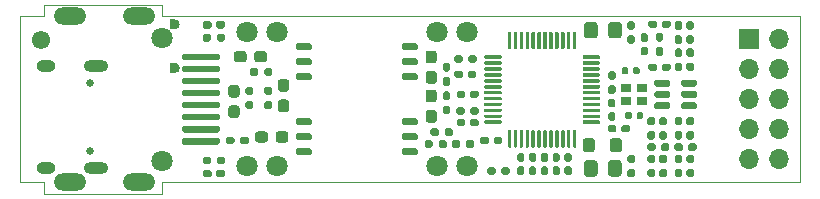
<source format=gts>
G04 #@! TF.GenerationSoftware,KiCad,Pcbnew,6.0.10+dfsg-1~bpo11+1*
G04 #@! TF.ProjectId,project,70726f6a-6563-4742-9e6b-696361645f70,rev?*
G04 #@! TF.SameCoordinates,Original*
G04 #@! TF.FileFunction,Soldermask,Top*
G04 #@! TF.FilePolarity,Negative*
%FSLAX46Y46*%
G04 Gerber Fmt 4.6, Leading zero omitted, Abs format (unit mm)*
%MOMM*%
%LPD*%
G01*
G04 APERTURE LIST*
G04 #@! TA.AperFunction,Profile*
%ADD10C,0.100000*%
G04 #@! TD*
%ADD11C,1.800000*%
%ADD12R,1.700000X1.700000*%
%ADD13O,1.700000X1.700000*%
%ADD14O,2.750000X1.450000*%
%ADD15R,0.900000X0.800000*%
%ADD16C,1.552000*%
%ADD17C,0.650000*%
%ADD18O,2.100000X1.000000*%
%ADD19O,1.600000X1.000000*%
G04 APERTURE END LIST*
D10*
X120262500Y-76037500D02*
X120262500Y-75037500D01*
X184262500Y-76037500D02*
X184262500Y-90037500D01*
X184262500Y-90037500D02*
X130262500Y-90037500D01*
X130262500Y-75037500D02*
X130262500Y-76037500D01*
X130262500Y-76037500D02*
X184262500Y-76037500D01*
X120262500Y-75037500D02*
X130262500Y-75037500D01*
X118262500Y-90037500D02*
X120262500Y-90037500D01*
X120262500Y-76037500D02*
X118262500Y-76037500D01*
X120262500Y-91037500D02*
X130262500Y-91037500D01*
X118262500Y-90037500D02*
X118262500Y-76037500D01*
X130262500Y-91037500D02*
X130262500Y-90037500D01*
X120262500Y-90037500D02*
X120262500Y-91037500D01*
G36*
G01*
X161500000Y-87602500D02*
X161810000Y-87602500D01*
G75*
G02*
X161965000Y-87757500I0J-155000D01*
G01*
X161965000Y-88182500D01*
G75*
G02*
X161810000Y-88337500I-155000J0D01*
G01*
X161500000Y-88337500D01*
G75*
G02*
X161345000Y-88182500I0J155000D01*
G01*
X161345000Y-87757500D01*
G75*
G02*
X161500000Y-87602500I155000J0D01*
G01*
G37*
G36*
G01*
X161500000Y-88737500D02*
X161810000Y-88737500D01*
G75*
G02*
X161965000Y-88892500I0J-155000D01*
G01*
X161965000Y-89317500D01*
G75*
G02*
X161810000Y-89472500I-155000J0D01*
G01*
X161500000Y-89472500D01*
G75*
G02*
X161345000Y-89317500I0J155000D01*
G01*
X161345000Y-88892500D01*
G75*
G02*
X161500000Y-88737500I155000J0D01*
G01*
G37*
G36*
G01*
X153300000Y-85037500D02*
X152825000Y-85037500D01*
G75*
G02*
X152587500Y-84800000I0J237500D01*
G01*
X152587500Y-84200000D01*
G75*
G02*
X152825000Y-83962500I237500J0D01*
G01*
X153300000Y-83962500D01*
G75*
G02*
X153537500Y-84200000I0J-237500D01*
G01*
X153537500Y-84800000D01*
G75*
G02*
X153300000Y-85037500I-237500J0D01*
G01*
G37*
G36*
G01*
X153300000Y-83312500D02*
X152825000Y-83312500D01*
G75*
G02*
X152587500Y-83075000I0J237500D01*
G01*
X152587500Y-82475000D01*
G75*
G02*
X152825000Y-82237500I237500J0D01*
G01*
X153300000Y-82237500D01*
G75*
G02*
X153537500Y-82475000I0J-237500D01*
G01*
X153537500Y-83075000D01*
G75*
G02*
X153300000Y-83312500I-237500J0D01*
G01*
G37*
G36*
G01*
X159717500Y-88977500D02*
X159717500Y-89297500D01*
G75*
G02*
X159557500Y-89457500I-160000J0D01*
G01*
X159162500Y-89457500D01*
G75*
G02*
X159002500Y-89297500I0J160000D01*
G01*
X159002500Y-88977500D01*
G75*
G02*
X159162500Y-88817500I160000J0D01*
G01*
X159557500Y-88817500D01*
G75*
G02*
X159717500Y-88977500I0J-160000D01*
G01*
G37*
G36*
G01*
X158522500Y-88977500D02*
X158522500Y-89297500D01*
G75*
G02*
X158362500Y-89457500I-160000J0D01*
G01*
X157967500Y-89457500D01*
G75*
G02*
X157807500Y-89297500I0J160000D01*
G01*
X157807500Y-88977500D01*
G75*
G02*
X157967500Y-88817500I160000J0D01*
G01*
X158362500Y-88817500D01*
G75*
G02*
X158522500Y-88977500I0J-160000D01*
G01*
G37*
G36*
G01*
X168195000Y-80682500D02*
X168515000Y-80682500D01*
G75*
G02*
X168675000Y-80842500I0J-160000D01*
G01*
X168675000Y-81237500D01*
G75*
G02*
X168515000Y-81397500I-160000J0D01*
G01*
X168195000Y-81397500D01*
G75*
G02*
X168035000Y-81237500I0J160000D01*
G01*
X168035000Y-80842500D01*
G75*
G02*
X168195000Y-80682500I160000J0D01*
G01*
G37*
G36*
G01*
X168195000Y-81877500D02*
X168515000Y-81877500D01*
G75*
G02*
X168675000Y-82037500I0J-160000D01*
G01*
X168675000Y-82432500D01*
G75*
G02*
X168515000Y-82592500I-160000J0D01*
G01*
X168195000Y-82592500D01*
G75*
G02*
X168035000Y-82432500I0J160000D01*
G01*
X168035000Y-82037500D01*
G75*
G02*
X168195000Y-81877500I160000J0D01*
G01*
G37*
G36*
G01*
X154522500Y-84292500D02*
X154202500Y-84292500D01*
G75*
G02*
X154042500Y-84132500I0J160000D01*
G01*
X154042500Y-83737500D01*
G75*
G02*
X154202500Y-83577500I160000J0D01*
G01*
X154522500Y-83577500D01*
G75*
G02*
X154682500Y-83737500I0J-160000D01*
G01*
X154682500Y-84132500D01*
G75*
G02*
X154522500Y-84292500I-160000J0D01*
G01*
G37*
G36*
G01*
X154522500Y-83097500D02*
X154202500Y-83097500D01*
G75*
G02*
X154042500Y-82937500I0J160000D01*
G01*
X154042500Y-82542500D01*
G75*
G02*
X154202500Y-82382500I160000J0D01*
G01*
X154522500Y-82382500D01*
G75*
G02*
X154682500Y-82542500I0J-160000D01*
G01*
X154682500Y-82937500D01*
G75*
G02*
X154522500Y-83097500I-160000J0D01*
G01*
G37*
G36*
G01*
X172860000Y-86455000D02*
X172540000Y-86455000D01*
G75*
G02*
X172380000Y-86295000I0J160000D01*
G01*
X172380000Y-85900000D01*
G75*
G02*
X172540000Y-85740000I160000J0D01*
G01*
X172860000Y-85740000D01*
G75*
G02*
X173020000Y-85900000I0J-160000D01*
G01*
X173020000Y-86295000D01*
G75*
G02*
X172860000Y-86455000I-160000J0D01*
G01*
G37*
G36*
G01*
X172860000Y-85260000D02*
X172540000Y-85260000D01*
G75*
G02*
X172380000Y-85100000I0J160000D01*
G01*
X172380000Y-84705000D01*
G75*
G02*
X172540000Y-84545000I160000J0D01*
G01*
X172860000Y-84545000D01*
G75*
G02*
X173020000Y-84705000I0J-160000D01*
G01*
X173020000Y-85100000D01*
G75*
G02*
X172860000Y-85260000I-160000J0D01*
G01*
G37*
G36*
G01*
X135617500Y-76577500D02*
X135617500Y-76897500D01*
G75*
G02*
X135457500Y-77057500I-160000J0D01*
G01*
X135012500Y-77057500D01*
G75*
G02*
X134852500Y-76897500I0J160000D01*
G01*
X134852500Y-76577500D01*
G75*
G02*
X135012500Y-76417500I160000J0D01*
G01*
X135457500Y-76417500D01*
G75*
G02*
X135617500Y-76577500I0J-160000D01*
G01*
G37*
G36*
G01*
X134472500Y-76577500D02*
X134472500Y-76897500D01*
G75*
G02*
X134312500Y-77057500I-160000J0D01*
G01*
X133867500Y-77057500D01*
G75*
G02*
X133707500Y-76897500I0J160000D01*
G01*
X133707500Y-76577500D01*
G75*
G02*
X133867500Y-76417500I160000J0D01*
G01*
X134312500Y-76417500D01*
G75*
G02*
X134472500Y-76577500I0J-160000D01*
G01*
G37*
G36*
G01*
X154805000Y-86997500D02*
X154805000Y-86677500D01*
G75*
G02*
X154965000Y-86517500I160000J0D01*
G01*
X155360000Y-86517500D01*
G75*
G02*
X155520000Y-86677500I0J-160000D01*
G01*
X155520000Y-86997500D01*
G75*
G02*
X155360000Y-87157500I-160000J0D01*
G01*
X154965000Y-87157500D01*
G75*
G02*
X154805000Y-86997500I0J160000D01*
G01*
G37*
G36*
G01*
X156000000Y-86997500D02*
X156000000Y-86677500D01*
G75*
G02*
X156160000Y-86517500I160000J0D01*
G01*
X156555000Y-86517500D01*
G75*
G02*
X156715000Y-86677500I0J-160000D01*
G01*
X156715000Y-86997500D01*
G75*
G02*
X156555000Y-87157500I-160000J0D01*
G01*
X156160000Y-87157500D01*
G75*
G02*
X156000000Y-86997500I0J160000D01*
G01*
G37*
G36*
G01*
X173840000Y-84545000D02*
X174160000Y-84545000D01*
G75*
G02*
X174320000Y-84705000I0J-160000D01*
G01*
X174320000Y-85100000D01*
G75*
G02*
X174160000Y-85260000I-160000J0D01*
G01*
X173840000Y-85260000D01*
G75*
G02*
X173680000Y-85100000I0J160000D01*
G01*
X173680000Y-84705000D01*
G75*
G02*
X173840000Y-84545000I160000J0D01*
G01*
G37*
G36*
G01*
X173840000Y-85740000D02*
X174160000Y-85740000D01*
G75*
G02*
X174320000Y-85900000I0J-160000D01*
G01*
X174320000Y-86295000D01*
G75*
G02*
X174160000Y-86455000I-160000J0D01*
G01*
X173840000Y-86455000D01*
G75*
G02*
X173680000Y-86295000I0J160000D01*
G01*
X173680000Y-85900000D01*
G75*
G02*
X173840000Y-85740000I160000J0D01*
G01*
G37*
G36*
G01*
X154202500Y-79982500D02*
X154522500Y-79982500D01*
G75*
G02*
X154682500Y-80142500I0J-160000D01*
G01*
X154682500Y-80537500D01*
G75*
G02*
X154522500Y-80697500I-160000J0D01*
G01*
X154202500Y-80697500D01*
G75*
G02*
X154042500Y-80537500I0J160000D01*
G01*
X154042500Y-80142500D01*
G75*
G02*
X154202500Y-79982500I160000J0D01*
G01*
G37*
G36*
G01*
X154202500Y-81177500D02*
X154522500Y-81177500D01*
G75*
G02*
X154682500Y-81337500I0J-160000D01*
G01*
X154682500Y-81732500D01*
G75*
G02*
X154522500Y-81892500I-160000J0D01*
G01*
X154202500Y-81892500D01*
G75*
G02*
X154042500Y-81732500I0J160000D01*
G01*
X154042500Y-81337500D01*
G75*
G02*
X154202500Y-81177500I160000J0D01*
G01*
G37*
D11*
X137437500Y-88727500D03*
X139977500Y-88727500D03*
X153547500Y-88727500D03*
X156087500Y-88727500D03*
X156087500Y-77347500D03*
X153547500Y-77347500D03*
X139977500Y-77347500D03*
X137437500Y-77347500D03*
G36*
G01*
X157555000Y-79562500D02*
X157555000Y-79412500D01*
G75*
G02*
X157630000Y-79337500I75000J0D01*
G01*
X158955000Y-79337500D01*
G75*
G02*
X159030000Y-79412500I0J-75000D01*
G01*
X159030000Y-79562500D01*
G75*
G02*
X158955000Y-79637500I-75000J0D01*
G01*
X157630000Y-79637500D01*
G75*
G02*
X157555000Y-79562500I0J75000D01*
G01*
G37*
G36*
G01*
X157555000Y-80062500D02*
X157555000Y-79912500D01*
G75*
G02*
X157630000Y-79837500I75000J0D01*
G01*
X158955000Y-79837500D01*
G75*
G02*
X159030000Y-79912500I0J-75000D01*
G01*
X159030000Y-80062500D01*
G75*
G02*
X158955000Y-80137500I-75000J0D01*
G01*
X157630000Y-80137500D01*
G75*
G02*
X157555000Y-80062500I0J75000D01*
G01*
G37*
G36*
G01*
X157555000Y-80562500D02*
X157555000Y-80412500D01*
G75*
G02*
X157630000Y-80337500I75000J0D01*
G01*
X158955000Y-80337500D01*
G75*
G02*
X159030000Y-80412500I0J-75000D01*
G01*
X159030000Y-80562500D01*
G75*
G02*
X158955000Y-80637500I-75000J0D01*
G01*
X157630000Y-80637500D01*
G75*
G02*
X157555000Y-80562500I0J75000D01*
G01*
G37*
G36*
G01*
X157555000Y-81062500D02*
X157555000Y-80912500D01*
G75*
G02*
X157630000Y-80837500I75000J0D01*
G01*
X158955000Y-80837500D01*
G75*
G02*
X159030000Y-80912500I0J-75000D01*
G01*
X159030000Y-81062500D01*
G75*
G02*
X158955000Y-81137500I-75000J0D01*
G01*
X157630000Y-81137500D01*
G75*
G02*
X157555000Y-81062500I0J75000D01*
G01*
G37*
G36*
G01*
X157555000Y-81562500D02*
X157555000Y-81412500D01*
G75*
G02*
X157630000Y-81337500I75000J0D01*
G01*
X158955000Y-81337500D01*
G75*
G02*
X159030000Y-81412500I0J-75000D01*
G01*
X159030000Y-81562500D01*
G75*
G02*
X158955000Y-81637500I-75000J0D01*
G01*
X157630000Y-81637500D01*
G75*
G02*
X157555000Y-81562500I0J75000D01*
G01*
G37*
G36*
G01*
X157555000Y-82062500D02*
X157555000Y-81912500D01*
G75*
G02*
X157630000Y-81837500I75000J0D01*
G01*
X158955000Y-81837500D01*
G75*
G02*
X159030000Y-81912500I0J-75000D01*
G01*
X159030000Y-82062500D01*
G75*
G02*
X158955000Y-82137500I-75000J0D01*
G01*
X157630000Y-82137500D01*
G75*
G02*
X157555000Y-82062500I0J75000D01*
G01*
G37*
G36*
G01*
X157555000Y-82562500D02*
X157555000Y-82412500D01*
G75*
G02*
X157630000Y-82337500I75000J0D01*
G01*
X158955000Y-82337500D01*
G75*
G02*
X159030000Y-82412500I0J-75000D01*
G01*
X159030000Y-82562500D01*
G75*
G02*
X158955000Y-82637500I-75000J0D01*
G01*
X157630000Y-82637500D01*
G75*
G02*
X157555000Y-82562500I0J75000D01*
G01*
G37*
G36*
G01*
X157555000Y-83062500D02*
X157555000Y-82912500D01*
G75*
G02*
X157630000Y-82837500I75000J0D01*
G01*
X158955000Y-82837500D01*
G75*
G02*
X159030000Y-82912500I0J-75000D01*
G01*
X159030000Y-83062500D01*
G75*
G02*
X158955000Y-83137500I-75000J0D01*
G01*
X157630000Y-83137500D01*
G75*
G02*
X157555000Y-83062500I0J75000D01*
G01*
G37*
G36*
G01*
X157555000Y-83562500D02*
X157555000Y-83412500D01*
G75*
G02*
X157630000Y-83337500I75000J0D01*
G01*
X158955000Y-83337500D01*
G75*
G02*
X159030000Y-83412500I0J-75000D01*
G01*
X159030000Y-83562500D01*
G75*
G02*
X158955000Y-83637500I-75000J0D01*
G01*
X157630000Y-83637500D01*
G75*
G02*
X157555000Y-83562500I0J75000D01*
G01*
G37*
G36*
G01*
X157555000Y-84062500D02*
X157555000Y-83912500D01*
G75*
G02*
X157630000Y-83837500I75000J0D01*
G01*
X158955000Y-83837500D01*
G75*
G02*
X159030000Y-83912500I0J-75000D01*
G01*
X159030000Y-84062500D01*
G75*
G02*
X158955000Y-84137500I-75000J0D01*
G01*
X157630000Y-84137500D01*
G75*
G02*
X157555000Y-84062500I0J75000D01*
G01*
G37*
G36*
G01*
X157555000Y-84562500D02*
X157555000Y-84412500D01*
G75*
G02*
X157630000Y-84337500I75000J0D01*
G01*
X158955000Y-84337500D01*
G75*
G02*
X159030000Y-84412500I0J-75000D01*
G01*
X159030000Y-84562500D01*
G75*
G02*
X158955000Y-84637500I-75000J0D01*
G01*
X157630000Y-84637500D01*
G75*
G02*
X157555000Y-84562500I0J75000D01*
G01*
G37*
G36*
G01*
X157555000Y-85062500D02*
X157555000Y-84912500D01*
G75*
G02*
X157630000Y-84837500I75000J0D01*
G01*
X158955000Y-84837500D01*
G75*
G02*
X159030000Y-84912500I0J-75000D01*
G01*
X159030000Y-85062500D01*
G75*
G02*
X158955000Y-85137500I-75000J0D01*
G01*
X157630000Y-85137500D01*
G75*
G02*
X157555000Y-85062500I0J75000D01*
G01*
G37*
G36*
G01*
X159555000Y-87062500D02*
X159555000Y-85737500D01*
G75*
G02*
X159630000Y-85662500I75000J0D01*
G01*
X159780000Y-85662500D01*
G75*
G02*
X159855000Y-85737500I0J-75000D01*
G01*
X159855000Y-87062500D01*
G75*
G02*
X159780000Y-87137500I-75000J0D01*
G01*
X159630000Y-87137500D01*
G75*
G02*
X159555000Y-87062500I0J75000D01*
G01*
G37*
G36*
G01*
X160055000Y-87062500D02*
X160055000Y-85737500D01*
G75*
G02*
X160130000Y-85662500I75000J0D01*
G01*
X160280000Y-85662500D01*
G75*
G02*
X160355000Y-85737500I0J-75000D01*
G01*
X160355000Y-87062500D01*
G75*
G02*
X160280000Y-87137500I-75000J0D01*
G01*
X160130000Y-87137500D01*
G75*
G02*
X160055000Y-87062500I0J75000D01*
G01*
G37*
G36*
G01*
X160555000Y-87062500D02*
X160555000Y-85737500D01*
G75*
G02*
X160630000Y-85662500I75000J0D01*
G01*
X160780000Y-85662500D01*
G75*
G02*
X160855000Y-85737500I0J-75000D01*
G01*
X160855000Y-87062500D01*
G75*
G02*
X160780000Y-87137500I-75000J0D01*
G01*
X160630000Y-87137500D01*
G75*
G02*
X160555000Y-87062500I0J75000D01*
G01*
G37*
G36*
G01*
X161055000Y-87062500D02*
X161055000Y-85737500D01*
G75*
G02*
X161130000Y-85662500I75000J0D01*
G01*
X161280000Y-85662500D01*
G75*
G02*
X161355000Y-85737500I0J-75000D01*
G01*
X161355000Y-87062500D01*
G75*
G02*
X161280000Y-87137500I-75000J0D01*
G01*
X161130000Y-87137500D01*
G75*
G02*
X161055000Y-87062500I0J75000D01*
G01*
G37*
G36*
G01*
X161555000Y-87062500D02*
X161555000Y-85737500D01*
G75*
G02*
X161630000Y-85662500I75000J0D01*
G01*
X161780000Y-85662500D01*
G75*
G02*
X161855000Y-85737500I0J-75000D01*
G01*
X161855000Y-87062500D01*
G75*
G02*
X161780000Y-87137500I-75000J0D01*
G01*
X161630000Y-87137500D01*
G75*
G02*
X161555000Y-87062500I0J75000D01*
G01*
G37*
G36*
G01*
X162055000Y-87062500D02*
X162055000Y-85737500D01*
G75*
G02*
X162130000Y-85662500I75000J0D01*
G01*
X162280000Y-85662500D01*
G75*
G02*
X162355000Y-85737500I0J-75000D01*
G01*
X162355000Y-87062500D01*
G75*
G02*
X162280000Y-87137500I-75000J0D01*
G01*
X162130000Y-87137500D01*
G75*
G02*
X162055000Y-87062500I0J75000D01*
G01*
G37*
G36*
G01*
X162555000Y-87062500D02*
X162555000Y-85737500D01*
G75*
G02*
X162630000Y-85662500I75000J0D01*
G01*
X162780000Y-85662500D01*
G75*
G02*
X162855000Y-85737500I0J-75000D01*
G01*
X162855000Y-87062500D01*
G75*
G02*
X162780000Y-87137500I-75000J0D01*
G01*
X162630000Y-87137500D01*
G75*
G02*
X162555000Y-87062500I0J75000D01*
G01*
G37*
G36*
G01*
X163055000Y-87062500D02*
X163055000Y-85737500D01*
G75*
G02*
X163130000Y-85662500I75000J0D01*
G01*
X163280000Y-85662500D01*
G75*
G02*
X163355000Y-85737500I0J-75000D01*
G01*
X163355000Y-87062500D01*
G75*
G02*
X163280000Y-87137500I-75000J0D01*
G01*
X163130000Y-87137500D01*
G75*
G02*
X163055000Y-87062500I0J75000D01*
G01*
G37*
G36*
G01*
X163555000Y-87062500D02*
X163555000Y-85737500D01*
G75*
G02*
X163630000Y-85662500I75000J0D01*
G01*
X163780000Y-85662500D01*
G75*
G02*
X163855000Y-85737500I0J-75000D01*
G01*
X163855000Y-87062500D01*
G75*
G02*
X163780000Y-87137500I-75000J0D01*
G01*
X163630000Y-87137500D01*
G75*
G02*
X163555000Y-87062500I0J75000D01*
G01*
G37*
G36*
G01*
X164055000Y-87062500D02*
X164055000Y-85737500D01*
G75*
G02*
X164130000Y-85662500I75000J0D01*
G01*
X164280000Y-85662500D01*
G75*
G02*
X164355000Y-85737500I0J-75000D01*
G01*
X164355000Y-87062500D01*
G75*
G02*
X164280000Y-87137500I-75000J0D01*
G01*
X164130000Y-87137500D01*
G75*
G02*
X164055000Y-87062500I0J75000D01*
G01*
G37*
G36*
G01*
X164555000Y-87062500D02*
X164555000Y-85737500D01*
G75*
G02*
X164630000Y-85662500I75000J0D01*
G01*
X164780000Y-85662500D01*
G75*
G02*
X164855000Y-85737500I0J-75000D01*
G01*
X164855000Y-87062500D01*
G75*
G02*
X164780000Y-87137500I-75000J0D01*
G01*
X164630000Y-87137500D01*
G75*
G02*
X164555000Y-87062500I0J75000D01*
G01*
G37*
G36*
G01*
X165055000Y-87062500D02*
X165055000Y-85737500D01*
G75*
G02*
X165130000Y-85662500I75000J0D01*
G01*
X165280000Y-85662500D01*
G75*
G02*
X165355000Y-85737500I0J-75000D01*
G01*
X165355000Y-87062500D01*
G75*
G02*
X165280000Y-87137500I-75000J0D01*
G01*
X165130000Y-87137500D01*
G75*
G02*
X165055000Y-87062500I0J75000D01*
G01*
G37*
G36*
G01*
X165880000Y-85062500D02*
X165880000Y-84912500D01*
G75*
G02*
X165955000Y-84837500I75000J0D01*
G01*
X167280000Y-84837500D01*
G75*
G02*
X167355000Y-84912500I0J-75000D01*
G01*
X167355000Y-85062500D01*
G75*
G02*
X167280000Y-85137500I-75000J0D01*
G01*
X165955000Y-85137500D01*
G75*
G02*
X165880000Y-85062500I0J75000D01*
G01*
G37*
G36*
G01*
X165880000Y-84562500D02*
X165880000Y-84412500D01*
G75*
G02*
X165955000Y-84337500I75000J0D01*
G01*
X167280000Y-84337500D01*
G75*
G02*
X167355000Y-84412500I0J-75000D01*
G01*
X167355000Y-84562500D01*
G75*
G02*
X167280000Y-84637500I-75000J0D01*
G01*
X165955000Y-84637500D01*
G75*
G02*
X165880000Y-84562500I0J75000D01*
G01*
G37*
G36*
G01*
X165880000Y-84062500D02*
X165880000Y-83912500D01*
G75*
G02*
X165955000Y-83837500I75000J0D01*
G01*
X167280000Y-83837500D01*
G75*
G02*
X167355000Y-83912500I0J-75000D01*
G01*
X167355000Y-84062500D01*
G75*
G02*
X167280000Y-84137500I-75000J0D01*
G01*
X165955000Y-84137500D01*
G75*
G02*
X165880000Y-84062500I0J75000D01*
G01*
G37*
G36*
G01*
X165880000Y-83562500D02*
X165880000Y-83412500D01*
G75*
G02*
X165955000Y-83337500I75000J0D01*
G01*
X167280000Y-83337500D01*
G75*
G02*
X167355000Y-83412500I0J-75000D01*
G01*
X167355000Y-83562500D01*
G75*
G02*
X167280000Y-83637500I-75000J0D01*
G01*
X165955000Y-83637500D01*
G75*
G02*
X165880000Y-83562500I0J75000D01*
G01*
G37*
G36*
G01*
X165880000Y-83062500D02*
X165880000Y-82912500D01*
G75*
G02*
X165955000Y-82837500I75000J0D01*
G01*
X167280000Y-82837500D01*
G75*
G02*
X167355000Y-82912500I0J-75000D01*
G01*
X167355000Y-83062500D01*
G75*
G02*
X167280000Y-83137500I-75000J0D01*
G01*
X165955000Y-83137500D01*
G75*
G02*
X165880000Y-83062500I0J75000D01*
G01*
G37*
G36*
G01*
X165880000Y-82562500D02*
X165880000Y-82412500D01*
G75*
G02*
X165955000Y-82337500I75000J0D01*
G01*
X167280000Y-82337500D01*
G75*
G02*
X167355000Y-82412500I0J-75000D01*
G01*
X167355000Y-82562500D01*
G75*
G02*
X167280000Y-82637500I-75000J0D01*
G01*
X165955000Y-82637500D01*
G75*
G02*
X165880000Y-82562500I0J75000D01*
G01*
G37*
G36*
G01*
X165880000Y-82062500D02*
X165880000Y-81912500D01*
G75*
G02*
X165955000Y-81837500I75000J0D01*
G01*
X167280000Y-81837500D01*
G75*
G02*
X167355000Y-81912500I0J-75000D01*
G01*
X167355000Y-82062500D01*
G75*
G02*
X167280000Y-82137500I-75000J0D01*
G01*
X165955000Y-82137500D01*
G75*
G02*
X165880000Y-82062500I0J75000D01*
G01*
G37*
G36*
G01*
X165880000Y-81562500D02*
X165880000Y-81412500D01*
G75*
G02*
X165955000Y-81337500I75000J0D01*
G01*
X167280000Y-81337500D01*
G75*
G02*
X167355000Y-81412500I0J-75000D01*
G01*
X167355000Y-81562500D01*
G75*
G02*
X167280000Y-81637500I-75000J0D01*
G01*
X165955000Y-81637500D01*
G75*
G02*
X165880000Y-81562500I0J75000D01*
G01*
G37*
G36*
G01*
X165880000Y-81062500D02*
X165880000Y-80912500D01*
G75*
G02*
X165955000Y-80837500I75000J0D01*
G01*
X167280000Y-80837500D01*
G75*
G02*
X167355000Y-80912500I0J-75000D01*
G01*
X167355000Y-81062500D01*
G75*
G02*
X167280000Y-81137500I-75000J0D01*
G01*
X165955000Y-81137500D01*
G75*
G02*
X165880000Y-81062500I0J75000D01*
G01*
G37*
G36*
G01*
X165880000Y-80562500D02*
X165880000Y-80412500D01*
G75*
G02*
X165955000Y-80337500I75000J0D01*
G01*
X167280000Y-80337500D01*
G75*
G02*
X167355000Y-80412500I0J-75000D01*
G01*
X167355000Y-80562500D01*
G75*
G02*
X167280000Y-80637500I-75000J0D01*
G01*
X165955000Y-80637500D01*
G75*
G02*
X165880000Y-80562500I0J75000D01*
G01*
G37*
G36*
G01*
X165880000Y-80062500D02*
X165880000Y-79912500D01*
G75*
G02*
X165955000Y-79837500I75000J0D01*
G01*
X167280000Y-79837500D01*
G75*
G02*
X167355000Y-79912500I0J-75000D01*
G01*
X167355000Y-80062500D01*
G75*
G02*
X167280000Y-80137500I-75000J0D01*
G01*
X165955000Y-80137500D01*
G75*
G02*
X165880000Y-80062500I0J75000D01*
G01*
G37*
G36*
G01*
X165880000Y-79562500D02*
X165880000Y-79412500D01*
G75*
G02*
X165955000Y-79337500I75000J0D01*
G01*
X167280000Y-79337500D01*
G75*
G02*
X167355000Y-79412500I0J-75000D01*
G01*
X167355000Y-79562500D01*
G75*
G02*
X167280000Y-79637500I-75000J0D01*
G01*
X165955000Y-79637500D01*
G75*
G02*
X165880000Y-79562500I0J75000D01*
G01*
G37*
G36*
G01*
X165055000Y-78737500D02*
X165055000Y-77412500D01*
G75*
G02*
X165130000Y-77337500I75000J0D01*
G01*
X165280000Y-77337500D01*
G75*
G02*
X165355000Y-77412500I0J-75000D01*
G01*
X165355000Y-78737500D01*
G75*
G02*
X165280000Y-78812500I-75000J0D01*
G01*
X165130000Y-78812500D01*
G75*
G02*
X165055000Y-78737500I0J75000D01*
G01*
G37*
G36*
G01*
X164555000Y-78737500D02*
X164555000Y-77412500D01*
G75*
G02*
X164630000Y-77337500I75000J0D01*
G01*
X164780000Y-77337500D01*
G75*
G02*
X164855000Y-77412500I0J-75000D01*
G01*
X164855000Y-78737500D01*
G75*
G02*
X164780000Y-78812500I-75000J0D01*
G01*
X164630000Y-78812500D01*
G75*
G02*
X164555000Y-78737500I0J75000D01*
G01*
G37*
G36*
G01*
X164055000Y-78737500D02*
X164055000Y-77412500D01*
G75*
G02*
X164130000Y-77337500I75000J0D01*
G01*
X164280000Y-77337500D01*
G75*
G02*
X164355000Y-77412500I0J-75000D01*
G01*
X164355000Y-78737500D01*
G75*
G02*
X164280000Y-78812500I-75000J0D01*
G01*
X164130000Y-78812500D01*
G75*
G02*
X164055000Y-78737500I0J75000D01*
G01*
G37*
G36*
G01*
X163555000Y-78737500D02*
X163555000Y-77412500D01*
G75*
G02*
X163630000Y-77337500I75000J0D01*
G01*
X163780000Y-77337500D01*
G75*
G02*
X163855000Y-77412500I0J-75000D01*
G01*
X163855000Y-78737500D01*
G75*
G02*
X163780000Y-78812500I-75000J0D01*
G01*
X163630000Y-78812500D01*
G75*
G02*
X163555000Y-78737500I0J75000D01*
G01*
G37*
G36*
G01*
X163055000Y-78737500D02*
X163055000Y-77412500D01*
G75*
G02*
X163130000Y-77337500I75000J0D01*
G01*
X163280000Y-77337500D01*
G75*
G02*
X163355000Y-77412500I0J-75000D01*
G01*
X163355000Y-78737500D01*
G75*
G02*
X163280000Y-78812500I-75000J0D01*
G01*
X163130000Y-78812500D01*
G75*
G02*
X163055000Y-78737500I0J75000D01*
G01*
G37*
G36*
G01*
X162555000Y-78737500D02*
X162555000Y-77412500D01*
G75*
G02*
X162630000Y-77337500I75000J0D01*
G01*
X162780000Y-77337500D01*
G75*
G02*
X162855000Y-77412500I0J-75000D01*
G01*
X162855000Y-78737500D01*
G75*
G02*
X162780000Y-78812500I-75000J0D01*
G01*
X162630000Y-78812500D01*
G75*
G02*
X162555000Y-78737500I0J75000D01*
G01*
G37*
G36*
G01*
X162055000Y-78737500D02*
X162055000Y-77412500D01*
G75*
G02*
X162130000Y-77337500I75000J0D01*
G01*
X162280000Y-77337500D01*
G75*
G02*
X162355000Y-77412500I0J-75000D01*
G01*
X162355000Y-78737500D01*
G75*
G02*
X162280000Y-78812500I-75000J0D01*
G01*
X162130000Y-78812500D01*
G75*
G02*
X162055000Y-78737500I0J75000D01*
G01*
G37*
G36*
G01*
X161555000Y-78737500D02*
X161555000Y-77412500D01*
G75*
G02*
X161630000Y-77337500I75000J0D01*
G01*
X161780000Y-77337500D01*
G75*
G02*
X161855000Y-77412500I0J-75000D01*
G01*
X161855000Y-78737500D01*
G75*
G02*
X161780000Y-78812500I-75000J0D01*
G01*
X161630000Y-78812500D01*
G75*
G02*
X161555000Y-78737500I0J75000D01*
G01*
G37*
G36*
G01*
X161055000Y-78737500D02*
X161055000Y-77412500D01*
G75*
G02*
X161130000Y-77337500I75000J0D01*
G01*
X161280000Y-77337500D01*
G75*
G02*
X161355000Y-77412500I0J-75000D01*
G01*
X161355000Y-78737500D01*
G75*
G02*
X161280000Y-78812500I-75000J0D01*
G01*
X161130000Y-78812500D01*
G75*
G02*
X161055000Y-78737500I0J75000D01*
G01*
G37*
G36*
G01*
X160555000Y-78737500D02*
X160555000Y-77412500D01*
G75*
G02*
X160630000Y-77337500I75000J0D01*
G01*
X160780000Y-77337500D01*
G75*
G02*
X160855000Y-77412500I0J-75000D01*
G01*
X160855000Y-78737500D01*
G75*
G02*
X160780000Y-78812500I-75000J0D01*
G01*
X160630000Y-78812500D01*
G75*
G02*
X160555000Y-78737500I0J75000D01*
G01*
G37*
G36*
G01*
X160055000Y-78737500D02*
X160055000Y-77412500D01*
G75*
G02*
X160130000Y-77337500I75000J0D01*
G01*
X160280000Y-77337500D01*
G75*
G02*
X160355000Y-77412500I0J-75000D01*
G01*
X160355000Y-78737500D01*
G75*
G02*
X160280000Y-78812500I-75000J0D01*
G01*
X160130000Y-78812500D01*
G75*
G02*
X160055000Y-78737500I0J75000D01*
G01*
G37*
G36*
G01*
X159555000Y-78737500D02*
X159555000Y-77412500D01*
G75*
G02*
X159630000Y-77337500I75000J0D01*
G01*
X159780000Y-77337500D01*
G75*
G02*
X159855000Y-77412500I0J-75000D01*
G01*
X159855000Y-78737500D01*
G75*
G02*
X159780000Y-78812500I-75000J0D01*
G01*
X159630000Y-78812500D01*
G75*
G02*
X159555000Y-78737500I0J75000D01*
G01*
G37*
G36*
G01*
X160500000Y-87602500D02*
X160810000Y-87602500D01*
G75*
G02*
X160965000Y-87757500I0J-155000D01*
G01*
X160965000Y-88182500D01*
G75*
G02*
X160810000Y-88337500I-155000J0D01*
G01*
X160500000Y-88337500D01*
G75*
G02*
X160345000Y-88182500I0J155000D01*
G01*
X160345000Y-87757500D01*
G75*
G02*
X160500000Y-87602500I155000J0D01*
G01*
G37*
G36*
G01*
X160500000Y-88737500D02*
X160810000Y-88737500D01*
G75*
G02*
X160965000Y-88892500I0J-155000D01*
G01*
X160965000Y-89317500D01*
G75*
G02*
X160810000Y-89472500I-155000J0D01*
G01*
X160500000Y-89472500D01*
G75*
G02*
X160345000Y-89317500I0J155000D01*
G01*
X160345000Y-88892500D01*
G75*
G02*
X160500000Y-88737500I155000J0D01*
G01*
G37*
G36*
G01*
X164500000Y-87602500D02*
X164810000Y-87602500D01*
G75*
G02*
X164965000Y-87757500I0J-155000D01*
G01*
X164965000Y-88182500D01*
G75*
G02*
X164810000Y-88337500I-155000J0D01*
G01*
X164500000Y-88337500D01*
G75*
G02*
X164345000Y-88182500I0J155000D01*
G01*
X164345000Y-87757500D01*
G75*
G02*
X164500000Y-87602500I155000J0D01*
G01*
G37*
G36*
G01*
X164500000Y-88737500D02*
X164810000Y-88737500D01*
G75*
G02*
X164965000Y-88892500I0J-155000D01*
G01*
X164965000Y-89317500D01*
G75*
G02*
X164810000Y-89472500I-155000J0D01*
G01*
X164500000Y-89472500D01*
G75*
G02*
X164345000Y-89317500I0J155000D01*
G01*
X164345000Y-88892500D01*
G75*
G02*
X164500000Y-88737500I155000J0D01*
G01*
G37*
G36*
G01*
X152825000Y-78937500D02*
X153300000Y-78937500D01*
G75*
G02*
X153537500Y-79175000I0J-237500D01*
G01*
X153537500Y-79775000D01*
G75*
G02*
X153300000Y-80012500I-237500J0D01*
G01*
X152825000Y-80012500D01*
G75*
G02*
X152587500Y-79775000I0J237500D01*
G01*
X152587500Y-79175000D01*
G75*
G02*
X152825000Y-78937500I237500J0D01*
G01*
G37*
G36*
G01*
X152825000Y-80662500D02*
X153300000Y-80662500D01*
G75*
G02*
X153537500Y-80900000I0J-237500D01*
G01*
X153537500Y-81500000D01*
G75*
G02*
X153300000Y-81737500I-237500J0D01*
G01*
X152825000Y-81737500D01*
G75*
G02*
X152587500Y-81500000I0J237500D01*
G01*
X152587500Y-80900000D01*
G75*
G02*
X152825000Y-80662500I237500J0D01*
G01*
G37*
G36*
G01*
X140325000Y-81337500D02*
X140800000Y-81337500D01*
G75*
G02*
X141037500Y-81575000I0J-237500D01*
G01*
X141037500Y-82175000D01*
G75*
G02*
X140800000Y-82412500I-237500J0D01*
G01*
X140325000Y-82412500D01*
G75*
G02*
X140087500Y-82175000I0J237500D01*
G01*
X140087500Y-81575000D01*
G75*
G02*
X140325000Y-81337500I237500J0D01*
G01*
G37*
G36*
G01*
X140325000Y-83062500D02*
X140800000Y-83062500D01*
G75*
G02*
X141037500Y-83300000I0J-237500D01*
G01*
X141037500Y-83900000D01*
G75*
G02*
X140800000Y-84137500I-237500J0D01*
G01*
X140325000Y-84137500D01*
G75*
G02*
X140087500Y-83900000I0J237500D01*
G01*
X140087500Y-83300000D01*
G75*
G02*
X140325000Y-83062500I237500J0D01*
G01*
G37*
G36*
G01*
X139422500Y-83892500D02*
X139102500Y-83892500D01*
G75*
G02*
X138942500Y-83732500I0J160000D01*
G01*
X138942500Y-83337500D01*
G75*
G02*
X139102500Y-83177500I160000J0D01*
G01*
X139422500Y-83177500D01*
G75*
G02*
X139582500Y-83337500I0J-160000D01*
G01*
X139582500Y-83732500D01*
G75*
G02*
X139422500Y-83892500I-160000J0D01*
G01*
G37*
G36*
G01*
X139422500Y-82697500D02*
X139102500Y-82697500D01*
G75*
G02*
X138942500Y-82537500I0J160000D01*
G01*
X138942500Y-82142500D01*
G75*
G02*
X139102500Y-81982500I160000J0D01*
G01*
X139422500Y-81982500D01*
G75*
G02*
X139582500Y-82142500I0J-160000D01*
G01*
X139582500Y-82537500D01*
G75*
G02*
X139422500Y-82697500I-160000J0D01*
G01*
G37*
G36*
G01*
X175160000Y-80652500D02*
X174840000Y-80652500D01*
G75*
G02*
X174680000Y-80492500I0J160000D01*
G01*
X174680000Y-80097500D01*
G75*
G02*
X174840000Y-79937500I160000J0D01*
G01*
X175160000Y-79937500D01*
G75*
G02*
X175320000Y-80097500I0J-160000D01*
G01*
X175320000Y-80492500D01*
G75*
G02*
X175160000Y-80652500I-160000J0D01*
G01*
G37*
G36*
G01*
X175160000Y-79457500D02*
X174840000Y-79457500D01*
G75*
G02*
X174680000Y-79297500I0J160000D01*
G01*
X174680000Y-78902500D01*
G75*
G02*
X174840000Y-78742500I160000J0D01*
G01*
X175160000Y-78742500D01*
G75*
G02*
X175320000Y-78902500I0J-160000D01*
G01*
X175320000Y-79297500D01*
G75*
G02*
X175160000Y-79457500I-160000J0D01*
G01*
G37*
G36*
G01*
X136600000Y-84637500D02*
X136125000Y-84637500D01*
G75*
G02*
X135887500Y-84400000I0J237500D01*
G01*
X135887500Y-83800000D01*
G75*
G02*
X136125000Y-83562500I237500J0D01*
G01*
X136600000Y-83562500D01*
G75*
G02*
X136837500Y-83800000I0J-237500D01*
G01*
X136837500Y-84400000D01*
G75*
G02*
X136600000Y-84637500I-237500J0D01*
G01*
G37*
G36*
G01*
X136600000Y-82912500D02*
X136125000Y-82912500D01*
G75*
G02*
X135887500Y-82675000I0J237500D01*
G01*
X135887500Y-82075000D01*
G75*
G02*
X136125000Y-81837500I237500J0D01*
G01*
X136600000Y-81837500D01*
G75*
G02*
X136837500Y-82075000I0J-237500D01*
G01*
X136837500Y-82675000D01*
G75*
G02*
X136600000Y-82912500I-237500J0D01*
G01*
G37*
G36*
G01*
X151937500Y-87332500D02*
X151937500Y-87632500D01*
G75*
G02*
X151787500Y-87782500I-150000J0D01*
G01*
X150712500Y-87782500D01*
G75*
G02*
X150562500Y-87632500I0J150000D01*
G01*
X150562500Y-87332500D01*
G75*
G02*
X150712500Y-87182500I150000J0D01*
G01*
X151787500Y-87182500D01*
G75*
G02*
X151937500Y-87332500I0J-150000D01*
G01*
G37*
G36*
G01*
X151937500Y-86062500D02*
X151937500Y-86362500D01*
G75*
G02*
X151787500Y-86512500I-150000J0D01*
G01*
X150712500Y-86512500D01*
G75*
G02*
X150562500Y-86362500I0J150000D01*
G01*
X150562500Y-86062500D01*
G75*
G02*
X150712500Y-85912500I150000J0D01*
G01*
X151787500Y-85912500D01*
G75*
G02*
X151937500Y-86062500I0J-150000D01*
G01*
G37*
G36*
G01*
X151937500Y-84792500D02*
X151937500Y-85092500D01*
G75*
G02*
X151787500Y-85242500I-150000J0D01*
G01*
X150712500Y-85242500D01*
G75*
G02*
X150562500Y-85092500I0J150000D01*
G01*
X150562500Y-84792500D01*
G75*
G02*
X150712500Y-84642500I150000J0D01*
G01*
X151787500Y-84642500D01*
G75*
G02*
X151937500Y-84792500I0J-150000D01*
G01*
G37*
G36*
G01*
X151937500Y-80982500D02*
X151937500Y-81282500D01*
G75*
G02*
X151787500Y-81432500I-150000J0D01*
G01*
X150712500Y-81432500D01*
G75*
G02*
X150562500Y-81282500I0J150000D01*
G01*
X150562500Y-80982500D01*
G75*
G02*
X150712500Y-80832500I150000J0D01*
G01*
X151787500Y-80832500D01*
G75*
G02*
X151937500Y-80982500I0J-150000D01*
G01*
G37*
G36*
G01*
X151937500Y-79712500D02*
X151937500Y-80012500D01*
G75*
G02*
X151787500Y-80162500I-150000J0D01*
G01*
X150712500Y-80162500D01*
G75*
G02*
X150562500Y-80012500I0J150000D01*
G01*
X150562500Y-79712500D01*
G75*
G02*
X150712500Y-79562500I150000J0D01*
G01*
X151787500Y-79562500D01*
G75*
G02*
X151937500Y-79712500I0J-150000D01*
G01*
G37*
G36*
G01*
X151937500Y-78442500D02*
X151937500Y-78742500D01*
G75*
G02*
X151787500Y-78892500I-150000J0D01*
G01*
X150712500Y-78892500D01*
G75*
G02*
X150562500Y-78742500I0J150000D01*
G01*
X150562500Y-78442500D01*
G75*
G02*
X150712500Y-78292500I150000J0D01*
G01*
X151787500Y-78292500D01*
G75*
G02*
X151937500Y-78442500I0J-150000D01*
G01*
G37*
G36*
G01*
X142962500Y-78442500D02*
X142962500Y-78742500D01*
G75*
G02*
X142812500Y-78892500I-150000J0D01*
G01*
X141737500Y-78892500D01*
G75*
G02*
X141587500Y-78742500I0J150000D01*
G01*
X141587500Y-78442500D01*
G75*
G02*
X141737500Y-78292500I150000J0D01*
G01*
X142812500Y-78292500D01*
G75*
G02*
X142962500Y-78442500I0J-150000D01*
G01*
G37*
G36*
G01*
X142962500Y-79712500D02*
X142962500Y-80012500D01*
G75*
G02*
X142812500Y-80162500I-150000J0D01*
G01*
X141737500Y-80162500D01*
G75*
G02*
X141587500Y-80012500I0J150000D01*
G01*
X141587500Y-79712500D01*
G75*
G02*
X141737500Y-79562500I150000J0D01*
G01*
X142812500Y-79562500D01*
G75*
G02*
X142962500Y-79712500I0J-150000D01*
G01*
G37*
G36*
G01*
X142962500Y-80982500D02*
X142962500Y-81282500D01*
G75*
G02*
X142812500Y-81432500I-150000J0D01*
G01*
X141737500Y-81432500D01*
G75*
G02*
X141587500Y-81282500I0J150000D01*
G01*
X141587500Y-80982500D01*
G75*
G02*
X141737500Y-80832500I150000J0D01*
G01*
X142812500Y-80832500D01*
G75*
G02*
X142962500Y-80982500I0J-150000D01*
G01*
G37*
G36*
G01*
X142962500Y-84792500D02*
X142962500Y-85092500D01*
G75*
G02*
X142812500Y-85242500I-150000J0D01*
G01*
X141737500Y-85242500D01*
G75*
G02*
X141587500Y-85092500I0J150000D01*
G01*
X141587500Y-84792500D01*
G75*
G02*
X141737500Y-84642500I150000J0D01*
G01*
X142812500Y-84642500D01*
G75*
G02*
X142962500Y-84792500I0J-150000D01*
G01*
G37*
G36*
G01*
X142962500Y-86062500D02*
X142962500Y-86362500D01*
G75*
G02*
X142812500Y-86512500I-150000J0D01*
G01*
X141737500Y-86512500D01*
G75*
G02*
X141587500Y-86362500I0J150000D01*
G01*
X141587500Y-86062500D01*
G75*
G02*
X141737500Y-85912500I150000J0D01*
G01*
X142812500Y-85912500D01*
G75*
G02*
X142962500Y-86062500I0J-150000D01*
G01*
G37*
G36*
G01*
X142962500Y-87332500D02*
X142962500Y-87632500D01*
G75*
G02*
X142812500Y-87782500I-150000J0D01*
G01*
X141737500Y-87782500D01*
G75*
G02*
X141587500Y-87632500I0J150000D01*
G01*
X141587500Y-87332500D01*
G75*
G02*
X141737500Y-87182500I150000J0D01*
G01*
X142812500Y-87182500D01*
G75*
G02*
X142962500Y-87332500I0J-150000D01*
G01*
G37*
G36*
G01*
X153007500Y-85997500D02*
X153007500Y-85677500D01*
G75*
G02*
X153167500Y-85517500I160000J0D01*
G01*
X153562500Y-85517500D01*
G75*
G02*
X153722500Y-85677500I0J-160000D01*
G01*
X153722500Y-85997500D01*
G75*
G02*
X153562500Y-86157500I-160000J0D01*
G01*
X153167500Y-86157500D01*
G75*
G02*
X153007500Y-85997500I0J160000D01*
G01*
G37*
G36*
G01*
X154202500Y-85997500D02*
X154202500Y-85677500D01*
G75*
G02*
X154362500Y-85517500I160000J0D01*
G01*
X154757500Y-85517500D01*
G75*
G02*
X154917500Y-85677500I0J-160000D01*
G01*
X154917500Y-85997500D01*
G75*
G02*
X154757500Y-86157500I-160000J0D01*
G01*
X154362500Y-86157500D01*
G75*
G02*
X154202500Y-85997500I0J160000D01*
G01*
G37*
D12*
X179987500Y-77962500D03*
D13*
X182527500Y-77962500D03*
X179987500Y-80502500D03*
X182527500Y-80502500D03*
X179987500Y-83042500D03*
X182527500Y-83042500D03*
X179987500Y-85582500D03*
X182527500Y-85582500D03*
X179987500Y-88122500D03*
X182527500Y-88122500D03*
G36*
G01*
X137707500Y-80897500D02*
X137707500Y-80577500D01*
G75*
G02*
X137867500Y-80417500I160000J0D01*
G01*
X138262500Y-80417500D01*
G75*
G02*
X138422500Y-80577500I0J-160000D01*
G01*
X138422500Y-80897500D01*
G75*
G02*
X138262500Y-81057500I-160000J0D01*
G01*
X137867500Y-81057500D01*
G75*
G02*
X137707500Y-80897500I0J160000D01*
G01*
G37*
G36*
G01*
X138902500Y-80897500D02*
X138902500Y-80577500D01*
G75*
G02*
X139062500Y-80417500I160000J0D01*
G01*
X139457500Y-80417500D01*
G75*
G02*
X139617500Y-80577500I0J-160000D01*
G01*
X139617500Y-80897500D01*
G75*
G02*
X139457500Y-81057500I-160000J0D01*
G01*
X139062500Y-81057500D01*
G75*
G02*
X138902500Y-80897500I0J160000D01*
G01*
G37*
D11*
X130262500Y-88237500D03*
X130262500Y-77837500D03*
G36*
G01*
X132100000Y-86332500D02*
X135025000Y-86332500D01*
G75*
G02*
X135162500Y-86470000I0J-137500D01*
G01*
X135162500Y-86745000D01*
G75*
G02*
X135025000Y-86882500I-137500J0D01*
G01*
X132100000Y-86882500D01*
G75*
G02*
X131962500Y-86745000I0J137500D01*
G01*
X131962500Y-86470000D01*
G75*
G02*
X132100000Y-86332500I137500J0D01*
G01*
G37*
G36*
G01*
X132100000Y-85312500D02*
X135025000Y-85312500D01*
G75*
G02*
X135162500Y-85450000I0J-137500D01*
G01*
X135162500Y-85725000D01*
G75*
G02*
X135025000Y-85862500I-137500J0D01*
G01*
X132100000Y-85862500D01*
G75*
G02*
X131962500Y-85725000I0J137500D01*
G01*
X131962500Y-85450000D01*
G75*
G02*
X132100000Y-85312500I137500J0D01*
G01*
G37*
G36*
G01*
X132100000Y-84292500D02*
X135025000Y-84292500D01*
G75*
G02*
X135162500Y-84430000I0J-137500D01*
G01*
X135162500Y-84705000D01*
G75*
G02*
X135025000Y-84842500I-137500J0D01*
G01*
X132100000Y-84842500D01*
G75*
G02*
X131962500Y-84705000I0J137500D01*
G01*
X131962500Y-84430000D01*
G75*
G02*
X132100000Y-84292500I137500J0D01*
G01*
G37*
G36*
G01*
X132100000Y-83272500D02*
X135025000Y-83272500D01*
G75*
G02*
X135162500Y-83410000I0J-137500D01*
G01*
X135162500Y-83685000D01*
G75*
G02*
X135025000Y-83822500I-137500J0D01*
G01*
X132100000Y-83822500D01*
G75*
G02*
X131962500Y-83685000I0J137500D01*
G01*
X131962500Y-83410000D01*
G75*
G02*
X132100000Y-83272500I137500J0D01*
G01*
G37*
G36*
G01*
X132100000Y-82252500D02*
X135025000Y-82252500D01*
G75*
G02*
X135162500Y-82390000I0J-137500D01*
G01*
X135162500Y-82665000D01*
G75*
G02*
X135025000Y-82802500I-137500J0D01*
G01*
X132100000Y-82802500D01*
G75*
G02*
X131962500Y-82665000I0J137500D01*
G01*
X131962500Y-82390000D01*
G75*
G02*
X132100000Y-82252500I137500J0D01*
G01*
G37*
G36*
G01*
X132100000Y-81232500D02*
X135025000Y-81232500D01*
G75*
G02*
X135162500Y-81370000I0J-137500D01*
G01*
X135162500Y-81645000D01*
G75*
G02*
X135025000Y-81782500I-137500J0D01*
G01*
X132100000Y-81782500D01*
G75*
G02*
X131962500Y-81645000I0J137500D01*
G01*
X131962500Y-81370000D01*
G75*
G02*
X132100000Y-81232500I137500J0D01*
G01*
G37*
G36*
G01*
X132100000Y-80212500D02*
X135025000Y-80212500D01*
G75*
G02*
X135162500Y-80350000I0J-137500D01*
G01*
X135162500Y-80625000D01*
G75*
G02*
X135025000Y-80762500I-137500J0D01*
G01*
X132100000Y-80762500D01*
G75*
G02*
X131962500Y-80625000I0J137500D01*
G01*
X131962500Y-80350000D01*
G75*
G02*
X132100000Y-80212500I137500J0D01*
G01*
G37*
G36*
G01*
X132100000Y-79192500D02*
X135025000Y-79192500D01*
G75*
G02*
X135162500Y-79330000I0J-137500D01*
G01*
X135162500Y-79605000D01*
G75*
G02*
X135025000Y-79742500I-137500J0D01*
G01*
X132100000Y-79742500D01*
G75*
G02*
X131962500Y-79605000I0J137500D01*
G01*
X131962500Y-79330000D01*
G75*
G02*
X132100000Y-79192500I137500J0D01*
G01*
G37*
D14*
X122462500Y-75987500D03*
X122462500Y-90087500D03*
X128362500Y-90087500D03*
X128362500Y-75987500D03*
G36*
G01*
X156890000Y-80782500D02*
X156890000Y-81092500D01*
G75*
G02*
X156735000Y-81247500I-155000J0D01*
G01*
X156310000Y-81247500D01*
G75*
G02*
X156155000Y-81092500I0J155000D01*
G01*
X156155000Y-80782500D01*
G75*
G02*
X156310000Y-80627500I155000J0D01*
G01*
X156735000Y-80627500D01*
G75*
G02*
X156890000Y-80782500I0J-155000D01*
G01*
G37*
G36*
G01*
X155755000Y-80782500D02*
X155755000Y-81092500D01*
G75*
G02*
X155600000Y-81247500I-155000J0D01*
G01*
X155175000Y-81247500D01*
G75*
G02*
X155020000Y-81092500I0J155000D01*
G01*
X155020000Y-80782500D01*
G75*
G02*
X155175000Y-80627500I155000J0D01*
G01*
X155600000Y-80627500D01*
G75*
G02*
X155755000Y-80782500I0J-155000D01*
G01*
G37*
G36*
G01*
X171465000Y-80492500D02*
X171465000Y-80182500D01*
G75*
G02*
X171620000Y-80027500I155000J0D01*
G01*
X172045000Y-80027500D01*
G75*
G02*
X172200000Y-80182500I0J-155000D01*
G01*
X172200000Y-80492500D01*
G75*
G02*
X172045000Y-80647500I-155000J0D01*
G01*
X171620000Y-80647500D01*
G75*
G02*
X171465000Y-80492500I0J155000D01*
G01*
G37*
G36*
G01*
X172600000Y-80492500D02*
X172600000Y-80182500D01*
G75*
G02*
X172755000Y-80027500I155000J0D01*
G01*
X173180000Y-80027500D01*
G75*
G02*
X173335000Y-80182500I0J-155000D01*
G01*
X173335000Y-80492500D01*
G75*
G02*
X173180000Y-80647500I-155000J0D01*
G01*
X172755000Y-80647500D01*
G75*
G02*
X172600000Y-80492500I0J155000D01*
G01*
G37*
G36*
G01*
X168020000Y-85692500D02*
X168020000Y-85382500D01*
G75*
G02*
X168175000Y-85227500I155000J0D01*
G01*
X168600000Y-85227500D01*
G75*
G02*
X168755000Y-85382500I0J-155000D01*
G01*
X168755000Y-85692500D01*
G75*
G02*
X168600000Y-85847500I-155000J0D01*
G01*
X168175000Y-85847500D01*
G75*
G02*
X168020000Y-85692500I0J155000D01*
G01*
G37*
G36*
G01*
X169155000Y-85692500D02*
X169155000Y-85382500D01*
G75*
G02*
X169310000Y-85227500I155000J0D01*
G01*
X169735000Y-85227500D01*
G75*
G02*
X169890000Y-85382500I0J-155000D01*
G01*
X169890000Y-85692500D01*
G75*
G02*
X169735000Y-85847500I-155000J0D01*
G01*
X169310000Y-85847500D01*
G75*
G02*
X169155000Y-85692500I0J155000D01*
G01*
G37*
G36*
G01*
X135617500Y-89177500D02*
X135617500Y-89497500D01*
G75*
G02*
X135457500Y-89657500I-160000J0D01*
G01*
X135012500Y-89657500D01*
G75*
G02*
X134852500Y-89497500I0J160000D01*
G01*
X134852500Y-89177500D01*
G75*
G02*
X135012500Y-89017500I160000J0D01*
G01*
X135457500Y-89017500D01*
G75*
G02*
X135617500Y-89177500I0J-160000D01*
G01*
G37*
G36*
G01*
X134472500Y-89177500D02*
X134472500Y-89497500D01*
G75*
G02*
X134312500Y-89657500I-160000J0D01*
G01*
X133867500Y-89657500D01*
G75*
G02*
X133707500Y-89497500I0J160000D01*
G01*
X133707500Y-89177500D01*
G75*
G02*
X133867500Y-89017500I160000J0D01*
G01*
X134312500Y-89017500D01*
G75*
G02*
X134472500Y-89177500I0J-160000D01*
G01*
G37*
G36*
G01*
X175562500Y-83437500D02*
X175562500Y-83737500D01*
G75*
G02*
X175412500Y-83887500I-150000J0D01*
G01*
X174387500Y-83887500D01*
G75*
G02*
X174237500Y-83737500I0J150000D01*
G01*
X174237500Y-83437500D01*
G75*
G02*
X174387500Y-83287500I150000J0D01*
G01*
X175412500Y-83287500D01*
G75*
G02*
X175562500Y-83437500I0J-150000D01*
G01*
G37*
G36*
G01*
X175562500Y-82487500D02*
X175562500Y-82787500D01*
G75*
G02*
X175412500Y-82937500I-150000J0D01*
G01*
X174387500Y-82937500D01*
G75*
G02*
X174237500Y-82787500I0J150000D01*
G01*
X174237500Y-82487500D01*
G75*
G02*
X174387500Y-82337500I150000J0D01*
G01*
X175412500Y-82337500D01*
G75*
G02*
X175562500Y-82487500I0J-150000D01*
G01*
G37*
G36*
G01*
X175562500Y-81537500D02*
X175562500Y-81837500D01*
G75*
G02*
X175412500Y-81987500I-150000J0D01*
G01*
X174387500Y-81987500D01*
G75*
G02*
X174237500Y-81837500I0J150000D01*
G01*
X174237500Y-81537500D01*
G75*
G02*
X174387500Y-81387500I150000J0D01*
G01*
X175412500Y-81387500D01*
G75*
G02*
X175562500Y-81537500I0J-150000D01*
G01*
G37*
G36*
G01*
X173287500Y-81537500D02*
X173287500Y-81837500D01*
G75*
G02*
X173137500Y-81987500I-150000J0D01*
G01*
X172112500Y-81987500D01*
G75*
G02*
X171962500Y-81837500I0J150000D01*
G01*
X171962500Y-81537500D01*
G75*
G02*
X172112500Y-81387500I150000J0D01*
G01*
X173137500Y-81387500D01*
G75*
G02*
X173287500Y-81537500I0J-150000D01*
G01*
G37*
G36*
G01*
X173287500Y-82487500D02*
X173287500Y-82787500D01*
G75*
G02*
X173137500Y-82937500I-150000J0D01*
G01*
X172112500Y-82937500D01*
G75*
G02*
X171962500Y-82787500I0J150000D01*
G01*
X171962500Y-82487500D01*
G75*
G02*
X172112500Y-82337500I150000J0D01*
G01*
X173137500Y-82337500D01*
G75*
G02*
X173287500Y-82487500I0J-150000D01*
G01*
G37*
G36*
G01*
X173287500Y-83437500D02*
X173287500Y-83737500D01*
G75*
G02*
X173137500Y-83887500I-150000J0D01*
G01*
X172112500Y-83887500D01*
G75*
G02*
X171962500Y-83737500I0J150000D01*
G01*
X171962500Y-83437500D01*
G75*
G02*
X172112500Y-83287500I150000J0D01*
G01*
X173137500Y-83287500D01*
G75*
G02*
X173287500Y-83437500I0J-150000D01*
G01*
G37*
D15*
X170955000Y-82087500D03*
X169555000Y-82087500D03*
X169555000Y-83187500D03*
X170955000Y-83187500D03*
G36*
G01*
X169495000Y-84607500D02*
X169495000Y-84267500D01*
G75*
G02*
X169635000Y-84127500I140000J0D01*
G01*
X169915000Y-84127500D01*
G75*
G02*
X170055000Y-84267500I0J-140000D01*
G01*
X170055000Y-84607500D01*
G75*
G02*
X169915000Y-84747500I-140000J0D01*
G01*
X169635000Y-84747500D01*
G75*
G02*
X169495000Y-84607500I0J140000D01*
G01*
G37*
G36*
G01*
X170455000Y-84607500D02*
X170455000Y-84267500D01*
G75*
G02*
X170595000Y-84127500I140000J0D01*
G01*
X170875000Y-84127500D01*
G75*
G02*
X171015000Y-84267500I0J-140000D01*
G01*
X171015000Y-84607500D01*
G75*
G02*
X170875000Y-84747500I-140000J0D01*
G01*
X170595000Y-84747500D01*
G75*
G02*
X170455000Y-84607500I0J140000D01*
G01*
G37*
G36*
G01*
X174160000Y-80655000D02*
X173840000Y-80655000D01*
G75*
G02*
X173680000Y-80495000I0J160000D01*
G01*
X173680000Y-80100000D01*
G75*
G02*
X173840000Y-79940000I160000J0D01*
G01*
X174160000Y-79940000D01*
G75*
G02*
X174320000Y-80100000I0J-160000D01*
G01*
X174320000Y-80495000D01*
G75*
G02*
X174160000Y-80655000I-160000J0D01*
G01*
G37*
G36*
G01*
X174160000Y-79460000D02*
X173840000Y-79460000D01*
G75*
G02*
X173680000Y-79300000I0J160000D01*
G01*
X173680000Y-78905000D01*
G75*
G02*
X173840000Y-78745000I160000J0D01*
G01*
X174160000Y-78745000D01*
G75*
G02*
X174320000Y-78905000I0J-160000D01*
G01*
X174320000Y-79300000D01*
G75*
G02*
X174160000Y-79460000I-160000J0D01*
G01*
G37*
G36*
G01*
X140962500Y-86000000D02*
X140962500Y-86475000D01*
G75*
G02*
X140725000Y-86712500I-237500J0D01*
G01*
X140125000Y-86712500D01*
G75*
G02*
X139887500Y-86475000I0J237500D01*
G01*
X139887500Y-86000000D01*
G75*
G02*
X140125000Y-85762500I237500J0D01*
G01*
X140725000Y-85762500D01*
G75*
G02*
X140962500Y-86000000I0J-237500D01*
G01*
G37*
G36*
G01*
X139237500Y-86000000D02*
X139237500Y-86475000D01*
G75*
G02*
X139000000Y-86712500I-237500J0D01*
G01*
X138400000Y-86712500D01*
G75*
G02*
X138162500Y-86475000I0J237500D01*
G01*
X138162500Y-86000000D01*
G75*
G02*
X138400000Y-85762500I237500J0D01*
G01*
X139000000Y-85762500D01*
G75*
G02*
X139237500Y-86000000I0J-237500D01*
G01*
G37*
G36*
G01*
X173665000Y-87255000D02*
X173665000Y-86945000D01*
G75*
G02*
X173820000Y-86790000I155000J0D01*
G01*
X174245000Y-86790000D01*
G75*
G02*
X174400000Y-86945000I0J-155000D01*
G01*
X174400000Y-87255000D01*
G75*
G02*
X174245000Y-87410000I-155000J0D01*
G01*
X173820000Y-87410000D01*
G75*
G02*
X173665000Y-87255000I0J155000D01*
G01*
G37*
G36*
G01*
X174800000Y-87255000D02*
X174800000Y-86945000D01*
G75*
G02*
X174955000Y-86790000I155000J0D01*
G01*
X175380000Y-86790000D01*
G75*
G02*
X175535000Y-86945000I0J-155000D01*
G01*
X175535000Y-87255000D01*
G75*
G02*
X175380000Y-87410000I-155000J0D01*
G01*
X174955000Y-87410000D01*
G75*
G02*
X174800000Y-87255000I0J155000D01*
G01*
G37*
G36*
G01*
X163500000Y-87602500D02*
X163810000Y-87602500D01*
G75*
G02*
X163965000Y-87757500I0J-155000D01*
G01*
X163965000Y-88182500D01*
G75*
G02*
X163810000Y-88337500I-155000J0D01*
G01*
X163500000Y-88337500D01*
G75*
G02*
X163345000Y-88182500I0J155000D01*
G01*
X163345000Y-87757500D01*
G75*
G02*
X163500000Y-87602500I155000J0D01*
G01*
G37*
G36*
G01*
X163500000Y-88737500D02*
X163810000Y-88737500D01*
G75*
G02*
X163965000Y-88892500I0J-155000D01*
G01*
X163965000Y-89317500D01*
G75*
G02*
X163810000Y-89472500I-155000J0D01*
G01*
X163500000Y-89472500D01*
G75*
G02*
X163345000Y-89317500I0J155000D01*
G01*
X163345000Y-88892500D01*
G75*
G02*
X163500000Y-88737500I155000J0D01*
G01*
G37*
G36*
G01*
X173840000Y-87745000D02*
X174160000Y-87745000D01*
G75*
G02*
X174320000Y-87905000I0J-160000D01*
G01*
X174320000Y-88300000D01*
G75*
G02*
X174160000Y-88460000I-160000J0D01*
G01*
X173840000Y-88460000D01*
G75*
G02*
X173680000Y-88300000I0J160000D01*
G01*
X173680000Y-87905000D01*
G75*
G02*
X173840000Y-87745000I160000J0D01*
G01*
G37*
G36*
G01*
X173840000Y-88940000D02*
X174160000Y-88940000D01*
G75*
G02*
X174320000Y-89100000I0J-160000D01*
G01*
X174320000Y-89495000D01*
G75*
G02*
X174160000Y-89655000I-160000J0D01*
G01*
X173840000Y-89655000D01*
G75*
G02*
X173680000Y-89495000I0J160000D01*
G01*
X173680000Y-89100000D01*
G75*
G02*
X173840000Y-88940000I160000J0D01*
G01*
G37*
G36*
G01*
X170945000Y-77465000D02*
X171255000Y-77465000D01*
G75*
G02*
X171410000Y-77620000I0J-155000D01*
G01*
X171410000Y-78045000D01*
G75*
G02*
X171255000Y-78200000I-155000J0D01*
G01*
X170945000Y-78200000D01*
G75*
G02*
X170790000Y-78045000I0J155000D01*
G01*
X170790000Y-77620000D01*
G75*
G02*
X170945000Y-77465000I155000J0D01*
G01*
G37*
G36*
G01*
X170945000Y-78600000D02*
X171255000Y-78600000D01*
G75*
G02*
X171410000Y-78755000I0J-155000D01*
G01*
X171410000Y-79180000D01*
G75*
G02*
X171255000Y-79335000I-155000J0D01*
G01*
X170945000Y-79335000D01*
G75*
G02*
X170790000Y-79180000I0J155000D01*
G01*
X170790000Y-78755000D01*
G75*
G02*
X170945000Y-78600000I155000J0D01*
G01*
G37*
G36*
G01*
X157220000Y-86692500D02*
X157220000Y-86382500D01*
G75*
G02*
X157375000Y-86227500I155000J0D01*
G01*
X157800000Y-86227500D01*
G75*
G02*
X157955000Y-86382500I0J-155000D01*
G01*
X157955000Y-86692500D01*
G75*
G02*
X157800000Y-86847500I-155000J0D01*
G01*
X157375000Y-86847500D01*
G75*
G02*
X157220000Y-86692500I0J155000D01*
G01*
G37*
G36*
G01*
X158355000Y-86692500D02*
X158355000Y-86382500D01*
G75*
G02*
X158510000Y-86227500I155000J0D01*
G01*
X158935000Y-86227500D01*
G75*
G02*
X159090000Y-86382500I0J-155000D01*
G01*
X159090000Y-86692500D01*
G75*
G02*
X158935000Y-86847500I-155000J0D01*
G01*
X158510000Y-86847500D01*
G75*
G02*
X158355000Y-86692500I0J155000D01*
G01*
G37*
G36*
G01*
X166000000Y-77650000D02*
X166000000Y-76750000D01*
G75*
G02*
X166250000Y-76500000I250000J0D01*
G01*
X166900000Y-76500000D01*
G75*
G02*
X167150000Y-76750000I0J-250000D01*
G01*
X167150000Y-77650000D01*
G75*
G02*
X166900000Y-77900000I-250000J0D01*
G01*
X166250000Y-77900000D01*
G75*
G02*
X166000000Y-77650000I0J250000D01*
G01*
G37*
G36*
G01*
X168050000Y-77650000D02*
X168050000Y-76750000D01*
G75*
G02*
X168300000Y-76500000I250000J0D01*
G01*
X168950000Y-76500000D01*
G75*
G02*
X169200000Y-76750000I0J-250000D01*
G01*
X169200000Y-77650000D01*
G75*
G02*
X168950000Y-77900000I-250000J0D01*
G01*
X168300000Y-77900000D01*
G75*
G02*
X168050000Y-77650000I0J250000D01*
G01*
G37*
G36*
G01*
X175160000Y-78355000D02*
X174840000Y-78355000D01*
G75*
G02*
X174680000Y-78195000I0J160000D01*
G01*
X174680000Y-77800000D01*
G75*
G02*
X174840000Y-77640000I160000J0D01*
G01*
X175160000Y-77640000D01*
G75*
G02*
X175320000Y-77800000I0J-160000D01*
G01*
X175320000Y-78195000D01*
G75*
G02*
X175160000Y-78355000I-160000J0D01*
G01*
G37*
G36*
G01*
X175160000Y-77160000D02*
X174840000Y-77160000D01*
G75*
G02*
X174680000Y-77000000I0J160000D01*
G01*
X174680000Y-76605000D01*
G75*
G02*
X174840000Y-76445000I160000J0D01*
G01*
X175160000Y-76445000D01*
G75*
G02*
X175320000Y-76605000I0J-160000D01*
G01*
X175320000Y-77000000D01*
G75*
G02*
X175160000Y-77160000I-160000J0D01*
G01*
G37*
G36*
G01*
X174840000Y-84545000D02*
X175160000Y-84545000D01*
G75*
G02*
X175320000Y-84705000I0J-160000D01*
G01*
X175320000Y-85100000D01*
G75*
G02*
X175160000Y-85260000I-160000J0D01*
G01*
X174840000Y-85260000D01*
G75*
G02*
X174680000Y-85100000I0J160000D01*
G01*
X174680000Y-84705000D01*
G75*
G02*
X174840000Y-84545000I160000J0D01*
G01*
G37*
G36*
G01*
X174840000Y-85740000D02*
X175160000Y-85740000D01*
G75*
G02*
X175320000Y-85900000I0J-160000D01*
G01*
X175320000Y-86295000D01*
G75*
G02*
X175160000Y-86455000I-160000J0D01*
G01*
X174840000Y-86455000D01*
G75*
G02*
X174680000Y-86295000I0J160000D01*
G01*
X174680000Y-85900000D01*
G75*
G02*
X174840000Y-85740000I160000J0D01*
G01*
G37*
G36*
G01*
X172860000Y-89655000D02*
X172540000Y-89655000D01*
G75*
G02*
X172380000Y-89495000I0J160000D01*
G01*
X172380000Y-89100000D01*
G75*
G02*
X172540000Y-88940000I160000J0D01*
G01*
X172860000Y-88940000D01*
G75*
G02*
X173020000Y-89100000I0J-160000D01*
G01*
X173020000Y-89495000D01*
G75*
G02*
X172860000Y-89655000I-160000J0D01*
G01*
G37*
G36*
G01*
X172860000Y-88460000D02*
X172540000Y-88460000D01*
G75*
G02*
X172380000Y-88300000I0J160000D01*
G01*
X172380000Y-87905000D01*
G75*
G02*
X172540000Y-87745000I160000J0D01*
G01*
X172860000Y-87745000D01*
G75*
G02*
X173020000Y-87905000I0J-160000D01*
G01*
X173020000Y-88300000D01*
G75*
G02*
X172860000Y-88460000I-160000J0D01*
G01*
G37*
G36*
G01*
X172560000Y-79355000D02*
X172240000Y-79355000D01*
G75*
G02*
X172080000Y-79195000I0J160000D01*
G01*
X172080000Y-78800000D01*
G75*
G02*
X172240000Y-78640000I160000J0D01*
G01*
X172560000Y-78640000D01*
G75*
G02*
X172720000Y-78800000I0J-160000D01*
G01*
X172720000Y-79195000D01*
G75*
G02*
X172560000Y-79355000I-160000J0D01*
G01*
G37*
G36*
G01*
X172560000Y-78160000D02*
X172240000Y-78160000D01*
G75*
G02*
X172080000Y-78000000I0J160000D01*
G01*
X172080000Y-77605000D01*
G75*
G02*
X172240000Y-77445000I160000J0D01*
G01*
X172560000Y-77445000D01*
G75*
G02*
X172720000Y-77605000I0J-160000D01*
G01*
X172720000Y-78000000D01*
G75*
G02*
X172560000Y-78160000I-160000J0D01*
G01*
G37*
G36*
G01*
X171860000Y-89655000D02*
X171540000Y-89655000D01*
G75*
G02*
X171380000Y-89495000I0J160000D01*
G01*
X171380000Y-89100000D01*
G75*
G02*
X171540000Y-88940000I160000J0D01*
G01*
X171860000Y-88940000D01*
G75*
G02*
X172020000Y-89100000I0J-160000D01*
G01*
X172020000Y-89495000D01*
G75*
G02*
X171860000Y-89655000I-160000J0D01*
G01*
G37*
G36*
G01*
X171860000Y-88460000D02*
X171540000Y-88460000D01*
G75*
G02*
X171380000Y-88300000I0J160000D01*
G01*
X171380000Y-87905000D01*
G75*
G02*
X171540000Y-87745000I160000J0D01*
G01*
X171860000Y-87745000D01*
G75*
G02*
X172020000Y-87905000I0J-160000D01*
G01*
X172020000Y-88300000D01*
G75*
G02*
X171860000Y-88460000I-160000J0D01*
G01*
G37*
D16*
X120000000Y-78000000D03*
G36*
G01*
X171365000Y-87255000D02*
X171365000Y-86945000D01*
G75*
G02*
X171520000Y-86790000I155000J0D01*
G01*
X171945000Y-86790000D01*
G75*
G02*
X172100000Y-86945000I0J-155000D01*
G01*
X172100000Y-87255000D01*
G75*
G02*
X171945000Y-87410000I-155000J0D01*
G01*
X171520000Y-87410000D01*
G75*
G02*
X171365000Y-87255000I0J155000D01*
G01*
G37*
G36*
G01*
X172500000Y-87255000D02*
X172500000Y-86945000D01*
G75*
G02*
X172655000Y-86790000I155000J0D01*
G01*
X173080000Y-86790000D01*
G75*
G02*
X173235000Y-86945000I0J-155000D01*
G01*
X173235000Y-87255000D01*
G75*
G02*
X173080000Y-87410000I-155000J0D01*
G01*
X172655000Y-87410000D01*
G75*
G02*
X172500000Y-87255000I0J155000D01*
G01*
G37*
G36*
G01*
X154417500Y-86677500D02*
X154417500Y-86997500D01*
G75*
G02*
X154257500Y-87157500I-160000J0D01*
G01*
X153862500Y-87157500D01*
G75*
G02*
X153702500Y-86997500I0J160000D01*
G01*
X153702500Y-86677500D01*
G75*
G02*
X153862500Y-86517500I160000J0D01*
G01*
X154257500Y-86517500D01*
G75*
G02*
X154417500Y-86677500I0J-160000D01*
G01*
G37*
G36*
G01*
X153222500Y-86677500D02*
X153222500Y-86997500D01*
G75*
G02*
X153062500Y-87157500I-160000J0D01*
G01*
X152667500Y-87157500D01*
G75*
G02*
X152507500Y-86997500I0J160000D01*
G01*
X152507500Y-86677500D01*
G75*
G02*
X152667500Y-86517500I160000J0D01*
G01*
X153062500Y-86517500D01*
G75*
G02*
X153222500Y-86677500I0J-160000D01*
G01*
G37*
G36*
G01*
X135617500Y-88077500D02*
X135617500Y-88397500D01*
G75*
G02*
X135457500Y-88557500I-160000J0D01*
G01*
X135062500Y-88557500D01*
G75*
G02*
X134902500Y-88397500I0J160000D01*
G01*
X134902500Y-88077500D01*
G75*
G02*
X135062500Y-87917500I160000J0D01*
G01*
X135457500Y-87917500D01*
G75*
G02*
X135617500Y-88077500I0J-160000D01*
G01*
G37*
G36*
G01*
X134422500Y-88077500D02*
X134422500Y-88397500D01*
G75*
G02*
X134262500Y-88557500I-160000J0D01*
G01*
X133867500Y-88557500D01*
G75*
G02*
X133707500Y-88397500I0J160000D01*
G01*
X133707500Y-88077500D01*
G75*
G02*
X133867500Y-87917500I160000J0D01*
G01*
X134262500Y-87917500D01*
G75*
G02*
X134422500Y-88077500I0J-160000D01*
G01*
G37*
G36*
G01*
X162500000Y-87602500D02*
X162810000Y-87602500D01*
G75*
G02*
X162965000Y-87757500I0J-155000D01*
G01*
X162965000Y-88182500D01*
G75*
G02*
X162810000Y-88337500I-155000J0D01*
G01*
X162500000Y-88337500D01*
G75*
G02*
X162345000Y-88182500I0J155000D01*
G01*
X162345000Y-87757500D01*
G75*
G02*
X162500000Y-87602500I155000J0D01*
G01*
G37*
G36*
G01*
X162500000Y-88737500D02*
X162810000Y-88737500D01*
G75*
G02*
X162965000Y-88892500I0J-155000D01*
G01*
X162965000Y-89317500D01*
G75*
G02*
X162810000Y-89472500I-155000J0D01*
G01*
X162500000Y-89472500D01*
G75*
G02*
X162345000Y-89317500I0J155000D01*
G01*
X162345000Y-88892500D01*
G75*
G02*
X162500000Y-88737500I155000J0D01*
G01*
G37*
G36*
G01*
X168510000Y-84872500D02*
X168200000Y-84872500D01*
G75*
G02*
X168045000Y-84717500I0J155000D01*
G01*
X168045000Y-84292500D01*
G75*
G02*
X168200000Y-84137500I155000J0D01*
G01*
X168510000Y-84137500D01*
G75*
G02*
X168665000Y-84292500I0J-155000D01*
G01*
X168665000Y-84717500D01*
G75*
G02*
X168510000Y-84872500I-155000J0D01*
G01*
G37*
G36*
G01*
X168510000Y-83737500D02*
X168200000Y-83737500D01*
G75*
G02*
X168045000Y-83582500I0J155000D01*
G01*
X168045000Y-83157500D01*
G75*
G02*
X168200000Y-83002500I155000J0D01*
G01*
X168510000Y-83002500D01*
G75*
G02*
X168665000Y-83157500I0J-155000D01*
G01*
X168665000Y-83582500D01*
G75*
G02*
X168510000Y-83737500I-155000J0D01*
G01*
G37*
G36*
G01*
X136362500Y-79675000D02*
X136362500Y-79200000D01*
G75*
G02*
X136600000Y-78962500I237500J0D01*
G01*
X137200000Y-78962500D01*
G75*
G02*
X137437500Y-79200000I0J-237500D01*
G01*
X137437500Y-79675000D01*
G75*
G02*
X137200000Y-79912500I-237500J0D01*
G01*
X136600000Y-79912500D01*
G75*
G02*
X136362500Y-79675000I0J237500D01*
G01*
G37*
G36*
G01*
X138087500Y-79675000D02*
X138087500Y-79200000D01*
G75*
G02*
X138325000Y-78962500I237500J0D01*
G01*
X138925000Y-78962500D01*
G75*
G02*
X139162500Y-79200000I0J-237500D01*
G01*
X139162500Y-79675000D01*
G75*
G02*
X138925000Y-79912500I-237500J0D01*
G01*
X138325000Y-79912500D01*
G75*
G02*
X138087500Y-79675000I0J237500D01*
G01*
G37*
G36*
G01*
X135617500Y-77677500D02*
X135617500Y-77997500D01*
G75*
G02*
X135457500Y-78157500I-160000J0D01*
G01*
X135062500Y-78157500D01*
G75*
G02*
X134902500Y-77997500I0J160000D01*
G01*
X134902500Y-77677500D01*
G75*
G02*
X135062500Y-77517500I160000J0D01*
G01*
X135457500Y-77517500D01*
G75*
G02*
X135617500Y-77677500I0J-160000D01*
G01*
G37*
G36*
G01*
X134422500Y-77677500D02*
X134422500Y-77997500D01*
G75*
G02*
X134262500Y-78157500I-160000J0D01*
G01*
X133867500Y-78157500D01*
G75*
G02*
X133707500Y-77997500I0J160000D01*
G01*
X133707500Y-77677500D01*
G75*
G02*
X133867500Y-77517500I160000J0D01*
G01*
X134262500Y-77517500D01*
G75*
G02*
X134422500Y-77677500I0J-160000D01*
G01*
G37*
G36*
G01*
X155200000Y-84197500D02*
X155200000Y-83877500D01*
G75*
G02*
X155360000Y-83717500I160000J0D01*
G01*
X155755000Y-83717500D01*
G75*
G02*
X155915000Y-83877500I0J-160000D01*
G01*
X155915000Y-84197500D01*
G75*
G02*
X155755000Y-84357500I-160000J0D01*
G01*
X155360000Y-84357500D01*
G75*
G02*
X155200000Y-84197500I0J160000D01*
G01*
G37*
G36*
G01*
X156395000Y-84197500D02*
X156395000Y-83877500D01*
G75*
G02*
X156555000Y-83717500I160000J0D01*
G01*
X156950000Y-83717500D01*
G75*
G02*
X157110000Y-83877500I0J-160000D01*
G01*
X157110000Y-84197500D01*
G75*
G02*
X156950000Y-84357500I-160000J0D01*
G01*
X156555000Y-84357500D01*
G75*
G02*
X156395000Y-84197500I0J160000D01*
G01*
G37*
G36*
G01*
X171860000Y-86455000D02*
X171540000Y-86455000D01*
G75*
G02*
X171380000Y-86295000I0J160000D01*
G01*
X171380000Y-85900000D01*
G75*
G02*
X171540000Y-85740000I160000J0D01*
G01*
X171860000Y-85740000D01*
G75*
G02*
X172020000Y-85900000I0J-160000D01*
G01*
X172020000Y-86295000D01*
G75*
G02*
X171860000Y-86455000I-160000J0D01*
G01*
G37*
G36*
G01*
X171860000Y-85260000D02*
X171540000Y-85260000D01*
G75*
G02*
X171380000Y-85100000I0J160000D01*
G01*
X171380000Y-84705000D01*
G75*
G02*
X171540000Y-84545000I160000J0D01*
G01*
X171860000Y-84545000D01*
G75*
G02*
X172020000Y-84705000I0J-160000D01*
G01*
X172020000Y-85100000D01*
G75*
G02*
X171860000Y-85260000I-160000J0D01*
G01*
G37*
G36*
G01*
X169840000Y-76445000D02*
X170160000Y-76445000D01*
G75*
G02*
X170320000Y-76605000I0J-160000D01*
G01*
X170320000Y-77000000D01*
G75*
G02*
X170160000Y-77160000I-160000J0D01*
G01*
X169840000Y-77160000D01*
G75*
G02*
X169680000Y-77000000I0J160000D01*
G01*
X169680000Y-76605000D01*
G75*
G02*
X169840000Y-76445000I160000J0D01*
G01*
G37*
G36*
G01*
X169840000Y-77640000D02*
X170160000Y-77640000D01*
G75*
G02*
X170320000Y-77800000I0J-160000D01*
G01*
X170320000Y-78195000D01*
G75*
G02*
X170160000Y-78355000I-160000J0D01*
G01*
X169840000Y-78355000D01*
G75*
G02*
X169680000Y-78195000I0J160000D01*
G01*
X169680000Y-77800000D01*
G75*
G02*
X169840000Y-77640000I160000J0D01*
G01*
G37*
G36*
G01*
X166000000Y-89350000D02*
X166000000Y-88450000D01*
G75*
G02*
X166250000Y-88200000I250000J0D01*
G01*
X166900000Y-88200000D01*
G75*
G02*
X167150000Y-88450000I0J-250000D01*
G01*
X167150000Y-89350000D01*
G75*
G02*
X166900000Y-89600000I-250000J0D01*
G01*
X166250000Y-89600000D01*
G75*
G02*
X166000000Y-89350000I0J250000D01*
G01*
G37*
G36*
G01*
X168050000Y-89350000D02*
X168050000Y-88450000D01*
G75*
G02*
X168300000Y-88200000I250000J0D01*
G01*
X168950000Y-88200000D01*
G75*
G02*
X169200000Y-88450000I0J-250000D01*
G01*
X169200000Y-89350000D01*
G75*
G02*
X168950000Y-89600000I-250000J0D01*
G01*
X168300000Y-89600000D01*
G75*
G02*
X168050000Y-89350000I0J250000D01*
G01*
G37*
G36*
G01*
X173335000Y-76545000D02*
X173335000Y-76855000D01*
G75*
G02*
X173180000Y-77010000I-155000J0D01*
G01*
X172755000Y-77010000D01*
G75*
G02*
X172600000Y-76855000I0J155000D01*
G01*
X172600000Y-76545000D01*
G75*
G02*
X172755000Y-76390000I155000J0D01*
G01*
X173180000Y-76390000D01*
G75*
G02*
X173335000Y-76545000I0J-155000D01*
G01*
G37*
G36*
G01*
X172200000Y-76545000D02*
X172200000Y-76855000D01*
G75*
G02*
X172045000Y-77010000I-155000J0D01*
G01*
X171620000Y-77010000D01*
G75*
G02*
X171465000Y-76855000I0J155000D01*
G01*
X171465000Y-76545000D01*
G75*
G02*
X171620000Y-76390000I155000J0D01*
G01*
X172045000Y-76390000D01*
G75*
G02*
X172200000Y-76545000I0J-155000D01*
G01*
G37*
G36*
G01*
X169202500Y-80807500D02*
X169202500Y-80467500D01*
G75*
G02*
X169342500Y-80327500I140000J0D01*
G01*
X169622500Y-80327500D01*
G75*
G02*
X169762500Y-80467500I0J-140000D01*
G01*
X169762500Y-80807500D01*
G75*
G02*
X169622500Y-80947500I-140000J0D01*
G01*
X169342500Y-80947500D01*
G75*
G02*
X169202500Y-80807500I0J140000D01*
G01*
G37*
G36*
G01*
X170162500Y-80807500D02*
X170162500Y-80467500D01*
G75*
G02*
X170302500Y-80327500I140000J0D01*
G01*
X170582500Y-80327500D01*
G75*
G02*
X170722500Y-80467500I0J-140000D01*
G01*
X170722500Y-80807500D01*
G75*
G02*
X170582500Y-80947500I-140000J0D01*
G01*
X170302500Y-80947500D01*
G75*
G02*
X170162500Y-80807500I0J140000D01*
G01*
G37*
G36*
G01*
X175160000Y-89655000D02*
X174840000Y-89655000D01*
G75*
G02*
X174680000Y-89495000I0J160000D01*
G01*
X174680000Y-89100000D01*
G75*
G02*
X174840000Y-88940000I160000J0D01*
G01*
X175160000Y-88940000D01*
G75*
G02*
X175320000Y-89100000I0J-160000D01*
G01*
X175320000Y-89495000D01*
G75*
G02*
X175160000Y-89655000I-160000J0D01*
G01*
G37*
G36*
G01*
X175160000Y-88460000D02*
X174840000Y-88460000D01*
G75*
G02*
X174680000Y-88300000I0J160000D01*
G01*
X174680000Y-87905000D01*
G75*
G02*
X174840000Y-87745000I160000J0D01*
G01*
X175160000Y-87745000D01*
G75*
G02*
X175320000Y-87905000I0J-160000D01*
G01*
X175320000Y-88300000D01*
G75*
G02*
X175160000Y-88460000I-160000J0D01*
G01*
G37*
G36*
G01*
X174160000Y-78355000D02*
X173840000Y-78355000D01*
G75*
G02*
X173680000Y-78195000I0J160000D01*
G01*
X173680000Y-77800000D01*
G75*
G02*
X173840000Y-77640000I160000J0D01*
G01*
X174160000Y-77640000D01*
G75*
G02*
X174320000Y-77800000I0J-160000D01*
G01*
X174320000Y-78195000D01*
G75*
G02*
X174160000Y-78355000I-160000J0D01*
G01*
G37*
G36*
G01*
X174160000Y-77160000D02*
X173840000Y-77160000D01*
G75*
G02*
X173680000Y-77000000I0J160000D01*
G01*
X173680000Y-76605000D01*
G75*
G02*
X173840000Y-76445000I160000J0D01*
G01*
X174160000Y-76445000D01*
G75*
G02*
X174320000Y-76605000I0J-160000D01*
G01*
X174320000Y-77000000D01*
G75*
G02*
X174160000Y-77160000I-160000J0D01*
G01*
G37*
G36*
G01*
X157090000Y-82482500D02*
X157090000Y-82792500D01*
G75*
G02*
X156935000Y-82947500I-155000J0D01*
G01*
X156510000Y-82947500D01*
G75*
G02*
X156355000Y-82792500I0J155000D01*
G01*
X156355000Y-82482500D01*
G75*
G02*
X156510000Y-82327500I155000J0D01*
G01*
X156935000Y-82327500D01*
G75*
G02*
X157090000Y-82482500I0J-155000D01*
G01*
G37*
G36*
G01*
X155955000Y-82482500D02*
X155955000Y-82792500D01*
G75*
G02*
X155800000Y-82947500I-155000J0D01*
G01*
X155375000Y-82947500D01*
G75*
G02*
X155220000Y-82792500I0J155000D01*
G01*
X155220000Y-82482500D01*
G75*
G02*
X155375000Y-82327500I155000J0D01*
G01*
X155800000Y-82327500D01*
G75*
G02*
X155955000Y-82482500I0J-155000D01*
G01*
G37*
G36*
G01*
X155007500Y-79797500D02*
X155007500Y-79477500D01*
G75*
G02*
X155167500Y-79317500I160000J0D01*
G01*
X155562500Y-79317500D01*
G75*
G02*
X155722500Y-79477500I0J-160000D01*
G01*
X155722500Y-79797500D01*
G75*
G02*
X155562500Y-79957500I-160000J0D01*
G01*
X155167500Y-79957500D01*
G75*
G02*
X155007500Y-79797500I0J160000D01*
G01*
G37*
G36*
G01*
X156202500Y-79797500D02*
X156202500Y-79477500D01*
G75*
G02*
X156362500Y-79317500I160000J0D01*
G01*
X156757500Y-79317500D01*
G75*
G02*
X156917500Y-79477500I0J-160000D01*
G01*
X156917500Y-79797500D01*
G75*
G02*
X156757500Y-79957500I-160000J0D01*
G01*
X156362500Y-79957500D01*
G75*
G02*
X156202500Y-79797500I0J160000D01*
G01*
G37*
G36*
G01*
X135707500Y-86697500D02*
X135707500Y-86377500D01*
G75*
G02*
X135867500Y-86217500I160000J0D01*
G01*
X136262500Y-86217500D01*
G75*
G02*
X136422500Y-86377500I0J-160000D01*
G01*
X136422500Y-86697500D01*
G75*
G02*
X136262500Y-86857500I-160000J0D01*
G01*
X135867500Y-86857500D01*
G75*
G02*
X135707500Y-86697500I0J160000D01*
G01*
G37*
G36*
G01*
X136902500Y-86697500D02*
X136902500Y-86377500D01*
G75*
G02*
X137062500Y-86217500I160000J0D01*
G01*
X137457500Y-86217500D01*
G75*
G02*
X137617500Y-86377500I0J-160000D01*
G01*
X137617500Y-86697500D01*
G75*
G02*
X137457500Y-86857500I-160000J0D01*
G01*
X137062500Y-86857500D01*
G75*
G02*
X136902500Y-86697500I0J160000D01*
G01*
G37*
G36*
G01*
X169840000Y-87745000D02*
X170160000Y-87745000D01*
G75*
G02*
X170320000Y-87905000I0J-160000D01*
G01*
X170320000Y-88300000D01*
G75*
G02*
X170160000Y-88460000I-160000J0D01*
G01*
X169840000Y-88460000D01*
G75*
G02*
X169680000Y-88300000I0J160000D01*
G01*
X169680000Y-87905000D01*
G75*
G02*
X169840000Y-87745000I160000J0D01*
G01*
G37*
G36*
G01*
X169840000Y-88940000D02*
X170160000Y-88940000D01*
G75*
G02*
X170320000Y-89100000I0J-160000D01*
G01*
X170320000Y-89495000D01*
G75*
G02*
X170160000Y-89655000I-160000J0D01*
G01*
X169840000Y-89655000D01*
G75*
G02*
X169680000Y-89495000I0J160000D01*
G01*
X169680000Y-89100000D01*
G75*
G02*
X169840000Y-88940000I160000J0D01*
G01*
G37*
G36*
G01*
X157090000Y-84882500D02*
X157090000Y-85192500D01*
G75*
G02*
X156935000Y-85347500I-155000J0D01*
G01*
X156510000Y-85347500D01*
G75*
G02*
X156355000Y-85192500I0J155000D01*
G01*
X156355000Y-84882500D01*
G75*
G02*
X156510000Y-84727500I155000J0D01*
G01*
X156935000Y-84727500D01*
G75*
G02*
X157090000Y-84882500I0J-155000D01*
G01*
G37*
G36*
G01*
X155955000Y-84882500D02*
X155955000Y-85192500D01*
G75*
G02*
X155800000Y-85347500I-155000J0D01*
G01*
X155375000Y-85347500D01*
G75*
G02*
X155220000Y-85192500I0J155000D01*
G01*
X155220000Y-84882500D01*
G75*
G02*
X155375000Y-84727500I155000J0D01*
G01*
X155800000Y-84727500D01*
G75*
G02*
X155955000Y-84882500I0J-155000D01*
G01*
G37*
G36*
G01*
X137822500Y-83892500D02*
X137502500Y-83892500D01*
G75*
G02*
X137342500Y-83732500I0J160000D01*
G01*
X137342500Y-83337500D01*
G75*
G02*
X137502500Y-83177500I160000J0D01*
G01*
X137822500Y-83177500D01*
G75*
G02*
X137982500Y-83337500I0J-160000D01*
G01*
X137982500Y-83732500D01*
G75*
G02*
X137822500Y-83892500I-160000J0D01*
G01*
G37*
G36*
G01*
X137822500Y-82697500D02*
X137502500Y-82697500D01*
G75*
G02*
X137342500Y-82537500I0J160000D01*
G01*
X137342500Y-82142500D01*
G75*
G02*
X137502500Y-81982500I160000J0D01*
G01*
X137822500Y-81982500D01*
G75*
G02*
X137982500Y-82142500I0J-160000D01*
G01*
X137982500Y-82537500D01*
G75*
G02*
X137822500Y-82697500I-160000J0D01*
G01*
G37*
G36*
G01*
X165880000Y-87287500D02*
X165880000Y-86587500D01*
G75*
G02*
X166130000Y-86337500I250000J0D01*
G01*
X166680000Y-86337500D01*
G75*
G02*
X166930000Y-86587500I0J-250000D01*
G01*
X166930000Y-87287500D01*
G75*
G02*
X166680000Y-87537500I-250000J0D01*
G01*
X166130000Y-87537500D01*
G75*
G02*
X165880000Y-87287500I0J250000D01*
G01*
G37*
G36*
G01*
X168180000Y-87287500D02*
X168180000Y-86587500D01*
G75*
G02*
X168430000Y-86337500I250000J0D01*
G01*
X168980000Y-86337500D01*
G75*
G02*
X169230000Y-86587500I0J-250000D01*
G01*
X169230000Y-87287500D01*
G75*
G02*
X168980000Y-87537500I-250000J0D01*
G01*
X168430000Y-87537500D01*
G75*
G02*
X168180000Y-87287500I0J250000D01*
G01*
G37*
D17*
X124137500Y-87427500D03*
X124137500Y-81647500D03*
D18*
X124667500Y-80217500D03*
D19*
X120487500Y-88857500D03*
D18*
X124667500Y-88857500D03*
D19*
X120487500Y-80217500D03*
G36*
X131362500Y-79987500D02*
G01*
X131486107Y-80007077D01*
X131597614Y-80063893D01*
X131686107Y-80152386D01*
X131742923Y-80263893D01*
X131762500Y-80387500D01*
X131742923Y-80511107D01*
X131686107Y-80622614D01*
X131597614Y-80711107D01*
X131486107Y-80767923D01*
X131362500Y-80787500D01*
X130962500Y-80787500D01*
X130962500Y-79987500D01*
X131362500Y-79987500D01*
G37*
G36*
X131362500Y-76287500D02*
G01*
X131486107Y-76307077D01*
X131597614Y-76363893D01*
X131686107Y-76452386D01*
X131742923Y-76563893D01*
X131762500Y-76687500D01*
X131742923Y-76811107D01*
X131686107Y-76922614D01*
X131597614Y-77011107D01*
X131486107Y-77067923D01*
X131362500Y-77087500D01*
X130962500Y-77087500D01*
X130962500Y-76287500D01*
X131362500Y-76287500D01*
G37*
M02*

</source>
